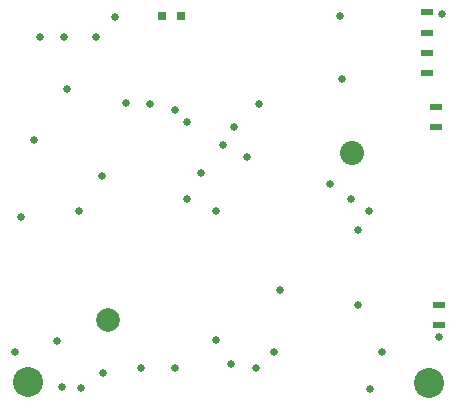
<source format=gbr>
%FSLAX23Y23*%
%MOIN*%
G04 EasyPC Gerber Version 13.0.2 Build 2807 *
%ADD89R,0.00362X0.04299*%
%ADD88R,0.04299X0.00362*%
%ADD25R,0.04000X0.02000*%
%ADD87R,0.03000X0.02500*%
%ADD73C,0.02500*%
%ADD24C,0.07900*%
%ADD23C,0.08000*%
%ADD20C,0.10000*%
X0Y0D02*
D02*
D20*
X17335Y17420D03*
X18670Y17415D03*
D02*
D23*
X18414Y18182D03*
D02*
D24*
X17602Y17625D03*
D02*
D25*
X18664Y18583D03*
Y18652D03*
X18666Y18448D03*
Y18517D03*
X18696Y18268D03*
Y18337D03*
X18706Y17608D03*
Y17677D03*
D02*
D73*
X17290Y17520D03*
X17310Y17970D03*
X17355Y18225D03*
X17375Y18570D03*
X17430Y17555D03*
X17448Y17402D03*
X17455Y18570D03*
X17465Y18395D03*
X17505Y17990D03*
X17510Y17400D03*
X17560Y18570D03*
X17580Y18105D03*
X17585Y17450D03*
X17625Y18635D03*
X17660Y18350D03*
X17710Y17465D03*
X17741Y18347D03*
X17823Y17465D03*
Y18327D03*
X17865Y18030D03*
Y18285D03*
X17910Y18115D03*
X17960Y17560D03*
Y17990D03*
X17985Y18210D03*
X18010Y17480D03*
X18020Y18270D03*
X18065Y18170D03*
X18095Y17465D03*
X18105Y18345D03*
X18155Y17520D03*
X18175Y17725D03*
X18340Y18080D03*
X18375Y18640D03*
X18380Y18430D03*
X18410Y18030D03*
X18435Y17675D03*
Y17925D03*
X18470Y17990D03*
X18475Y17395D03*
X18515Y17520D03*
X18705Y17570D03*
X18715Y18645D03*
D02*
D87*
X17780Y18640D03*
X17845D03*
D02*
D88*
X17426Y17596D03*
Y17636D03*
Y17675D03*
Y17714D03*
Y17754D03*
Y17793D03*
Y17833D03*
Y17872D03*
Y17911D03*
Y17951D03*
Y17990D03*
Y18029D03*
Y18069D03*
Y18108D03*
Y18148D03*
Y18187D03*
Y18226D03*
Y18266D03*
Y18305D03*
Y18344D03*
X18598Y17872D03*
Y17911D03*
X18598Y17596D03*
Y17636D03*
Y17675D03*
Y17714D03*
Y17754D03*
Y17793D03*
Y17833D03*
Y17951D03*
Y17990D03*
Y18029D03*
Y18069D03*
Y18108D03*
Y18148D03*
Y18187D03*
Y18226D03*
Y18266D03*
Y18305D03*
Y18344D03*
D02*
D89*
X17633Y17380D03*
Y18561D03*
X17672D03*
X17672Y17380D03*
X17712D03*
Y18561D03*
X17751Y17380D03*
Y18561D03*
X17790Y17380D03*
Y18561D03*
X17830D03*
X17830Y17380D03*
X17869D03*
Y18561D03*
X17909Y17380D03*
Y18561D03*
X17948Y17380D03*
X17948Y18561D03*
X17987Y17380D03*
X17987Y18561D03*
X18027Y17380D03*
Y18561D03*
X18066Y17380D03*
Y18561D03*
X18105D03*
X18105Y17380D03*
X18145Y18561D03*
X18145Y17380D03*
X18184D03*
Y18561D03*
X18224Y17380D03*
Y18561D03*
X18263Y17380D03*
X18263Y18561D03*
X18302Y17380D03*
Y18561D03*
X18342Y17380D03*
Y18561D03*
X18381Y17380D03*
Y18561D03*
X0Y0D02*
M02*

</source>
